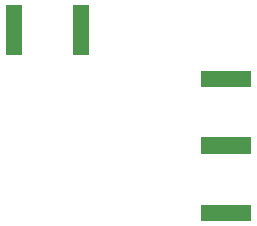
<source format=gbr>
%TF.GenerationSoftware,KiCad,Pcbnew,(6.0.1)*%
%TF.CreationDate,2022-09-07T08:45:29+02:00*%
%TF.ProjectId,DetectorReader,44657465-6374-46f7-9252-65616465722e,rev?*%
%TF.SameCoordinates,Original*%
%TF.FileFunction,Paste,Bot*%
%TF.FilePolarity,Positive*%
%FSLAX46Y46*%
G04 Gerber Fmt 4.6, Leading zero omitted, Abs format (unit mm)*
G04 Created by KiCad (PCBNEW (6.0.1)) date 2022-09-07 08:45:29*
%MOMM*%
%LPD*%
G01*
G04 APERTURE LIST*
%ADD10R,1.350000X4.200000*%
%ADD11R,4.200000X1.350000*%
G04 APERTURE END LIST*
D10*
%TO.C,J4*%
X141646250Y-74100000D03*
X147296250Y-74100000D03*
%TD*%
D11*
%TO.C,J5*%
X159620000Y-89525000D03*
X159620000Y-83875000D03*
%TD*%
%TO.C,J3*%
X159620000Y-83825000D03*
X159620000Y-78175000D03*
%TD*%
M02*

</source>
